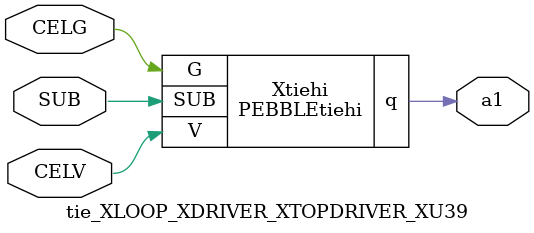
<source format=v>



module PEBBLEtiehi ( q, G, SUB, V );

  input V;
  output q;
  input G;
  input SUB;
endmodule

//Celera Confidential Do Not Copy tie_XLOOP_XDRIVER_XTOPDRIVER_XU39
//Celera Confidential Symbol Generator
//TIE
module tie_XLOOP_XDRIVER_XTOPDRIVER_XU39 (CELV,CELG,a1,SUB);
input CELV;
input CELG;
output a1;
input SUB;

//Celera Confidential Do Not Copy tie
PEBBLEtiehi Xtiehi(
.V (CELV),
.q (a1),
.SUB (SUB),
.G (CELG)
);
//,diesize,PEBBLEtiehi

//Celera Confidential Do Not Copy Module End
//Celera Schematic Generator
endmodule

</source>
